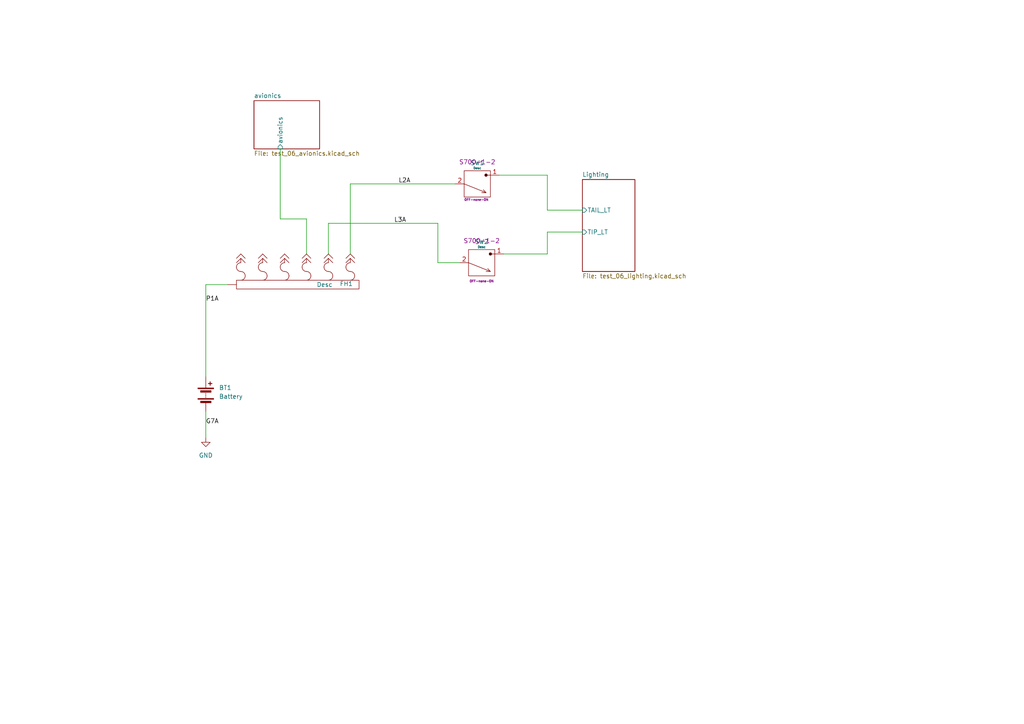
<source format=kicad_sch>
(kicad_sch
	(version 20250114)
	(generator "eeschema")
	(generator_version "9.0")
	(uuid "6f32b1c6-d0dc-4a69-b565-c121d7833096")
	(paper "A4")
	(lib_symbols
		(symbol "AeroElectricConnectionSymbols:Fuse_Holder_6x"
			(pin_numbers
				(hide yes)
			)
			(pin_names
				(offset 0)
				(hide yes)
			)
			(exclude_from_sim no)
			(in_bom yes)
			(on_board yes)
			(property "Reference" "FH"
				(at -3.556 -14.732 90)
				(do_not_autoplace)
				(effects
					(font
						(size 1.27 1.27)
					)
					(justify left)
				)
			)
			(property "Value" "Desc"
				(at -3.81 -8.89 90)
				(do_not_autoplace)
				(effects
					(font
						(size 1.27 1.27)
					)
					(justify left)
				)
			)
			(property "Footprint" ""
				(at -2.54 11.43 0)
				(effects
					(font
						(size 1.27 1.27)
					)
					(hide yes)
				)
			)
			(property "Datasheet" ""
				(at -2.54 11.43 0)
				(effects
					(font
						(size 1.27 1.27)
					)
					(hide yes)
				)
			)
			(property "Description" ""
				(at -2.54 11.43 0)
				(effects
					(font
						(size 1.27 1.27)
					)
					(hide yes)
				)
			)
			(symbol "Fuse_Holder_6x_0_1"
				(rectangle
					(start -5.08 19.05)
					(end -2.54 -16.51)
					(stroke
						(width 0)
						(type default)
					)
					(fill
						(type none)
					)
				)
				(arc
					(start 0 17.78)
					(mid -0.372 16.882)
					(end -1.27 16.51)
					(stroke
						(width 0)
						(type default)
					)
					(fill
						(type none)
					)
				)
				(arc
					(start 0 11.43)
					(mid -0.372 10.532)
					(end -1.27 10.16)
					(stroke
						(width 0)
						(type default)
					)
					(fill
						(type none)
					)
				)
				(arc
					(start 0 5.08)
					(mid -0.372 4.182)
					(end -1.27 3.81)
					(stroke
						(width 0)
						(type default)
					)
					(fill
						(type none)
					)
				)
				(arc
					(start 0 -1.27)
					(mid -0.372 -2.168)
					(end -1.27 -2.54)
					(stroke
						(width 0)
						(type default)
					)
					(fill
						(type none)
					)
				)
				(arc
					(start 0 -7.62)
					(mid -0.372 -8.518)
					(end -1.27 -8.89)
					(stroke
						(width 0)
						(type default)
					)
					(fill
						(type none)
					)
				)
				(arc
					(start 0 -13.97)
					(mid -0.372 -14.868)
					(end -1.27 -15.24)
					(stroke
						(width 0)
						(type default)
					)
					(fill
						(type none)
					)
				)
				(arc
					(start -1.27 16.51)
					(mid -2.168 16.882)
					(end -2.54 17.78)
					(stroke
						(width 0)
						(type default)
					)
					(fill
						(type none)
					)
				)
				(arc
					(start -1.27 10.16)
					(mid -2.168 10.532)
					(end -2.54 11.43)
					(stroke
						(width 0)
						(type default)
					)
					(fill
						(type none)
					)
				)
				(arc
					(start -1.27 3.81)
					(mid -2.168 4.182)
					(end -2.54 5.08)
					(stroke
						(width 0)
						(type default)
					)
					(fill
						(type none)
					)
				)
				(arc
					(start -1.27 -2.54)
					(mid -2.168 -2.168)
					(end -2.54 -1.27)
					(stroke
						(width 0)
						(type default)
					)
					(fill
						(type none)
					)
				)
				(arc
					(start -1.27 -8.89)
					(mid -2.168 -8.518)
					(end -2.54 -7.62)
					(stroke
						(width 0)
						(type default)
					)
					(fill
						(type none)
					)
				)
				(arc
					(start -1.27 -15.24)
					(mid -2.168 -14.868)
					(end -2.54 -13.97)
					(stroke
						(width 0)
						(type default)
					)
					(fill
						(type none)
					)
				)
				(arc
					(start 0 17.78)
					(mid 0.372 18.678)
					(end 1.27 19.05)
					(stroke
						(width 0)
						(type default)
					)
					(fill
						(type none)
					)
				)
				(arc
					(start 1.27 19.05)
					(mid 2.168 18.678)
					(end 2.54 17.78)
					(stroke
						(width 0)
						(type default)
					)
					(fill
						(type none)
					)
				)
				(arc
					(start 0 11.43)
					(mid 0.372 12.328)
					(end 1.27 12.7)
					(stroke
						(width 0)
						(type default)
					)
					(fill
						(type none)
					)
				)
				(arc
					(start 1.27 12.7)
					(mid 2.168 12.328)
					(end 2.54 11.43)
					(stroke
						(width 0)
						(type default)
					)
					(fill
						(type none)
					)
				)
				(arc
					(start 0 5.08)
					(mid 0.372 5.978)
					(end 1.27 6.35)
					(stroke
						(width 0)
						(type default)
					)
					(fill
						(type none)
					)
				)
				(arc
					(start 1.27 6.35)
					(mid 2.168 5.978)
					(end 2.54 5.08)
					(stroke
						(width 0)
						(type default)
					)
					(fill
						(type none)
					)
				)
				(arc
					(start 0 -1.27)
					(mid 0.372 -0.372)
					(end 1.27 0)
					(stroke
						(width 0)
						(type default)
					)
					(fill
						(type none)
					)
				)
				(arc
					(start 1.27 0)
					(mid 2.168 -0.372)
					(end 2.54 -1.27)
					(stroke
						(width 0)
						(type default)
					)
					(fill
						(type none)
					)
				)
				(arc
					(start 0 -7.62)
					(mid 0.372 -6.722)
					(end 1.27 -6.35)
					(stroke
						(width 0)
						(type default)
					)
					(fill
						(type none)
					)
				)
				(arc
					(start 1.27 -6.35)
					(mid 2.168 -6.722)
					(end 2.54 -7.62)
					(stroke
						(width 0)
						(type default)
					)
					(fill
						(type none)
					)
				)
				(arc
					(start 0 -13.97)
					(mid 0.372 -13.072)
					(end 1.27 -12.7)
					(stroke
						(width 0)
						(type default)
					)
					(fill
						(type none)
					)
				)
				(arc
					(start 1.27 -12.7)
					(mid 2.168 -13.072)
					(end 2.54 -13.97)
					(stroke
						(width 0)
						(type default)
					)
					(fill
						(type none)
					)
				)
				(polyline
					(pts
						(xy 2.54 16.51) (xy 3.81 17.78) (xy 2.54 19.05)
					)
					(stroke
						(width 0)
						(type default)
					)
					(fill
						(type none)
					)
				)
				(polyline
					(pts
						(xy 2.54 10.16) (xy 3.81 11.43) (xy 2.54 12.7)
					)
					(stroke
						(width 0)
						(type default)
					)
					(fill
						(type none)
					)
				)
				(polyline
					(pts
						(xy 2.54 3.81) (xy 3.81 5.08) (xy 2.54 6.35)
					)
					(stroke
						(width 0)
						(type default)
					)
					(fill
						(type none)
					)
				)
				(polyline
					(pts
						(xy 2.54 -2.54) (xy 3.81 -1.27) (xy 2.54 0)
					)
					(stroke
						(width 0)
						(type default)
					)
					(fill
						(type none)
					)
				)
				(polyline
					(pts
						(xy 2.54 -8.89) (xy 3.81 -7.62) (xy 2.54 -6.35)
					)
					(stroke
						(width 0)
						(type default)
					)
					(fill
						(type none)
					)
				)
				(polyline
					(pts
						(xy 2.54 -15.24) (xy 3.81 -13.97) (xy 2.54 -12.7)
					)
					(stroke
						(width 0)
						(type default)
					)
					(fill
						(type none)
					)
				)
				(polyline
					(pts
						(xy 3.81 16.51) (xy 5.08 17.78) (xy 3.81 19.05)
					)
					(stroke
						(width 0)
						(type default)
					)
					(fill
						(type none)
					)
				)
				(polyline
					(pts
						(xy 3.81 10.16) (xy 5.08 11.43) (xy 3.81 12.7)
					)
					(stroke
						(width 0)
						(type default)
					)
					(fill
						(type none)
					)
				)
				(polyline
					(pts
						(xy 3.81 3.81) (xy 5.08 5.08) (xy 3.81 6.35)
					)
					(stroke
						(width 0)
						(type default)
					)
					(fill
						(type none)
					)
				)
				(polyline
					(pts
						(xy 3.81 -2.54) (xy 5.08 -1.27) (xy 3.81 0)
					)
					(stroke
						(width 0)
						(type default)
					)
					(fill
						(type none)
					)
				)
				(polyline
					(pts
						(xy 3.81 -8.89) (xy 5.08 -7.62) (xy 3.81 -6.35)
					)
					(stroke
						(width 0)
						(type default)
					)
					(fill
						(type none)
					)
				)
				(polyline
					(pts
						(xy 3.81 -15.24) (xy 5.08 -13.97) (xy 3.81 -12.7)
					)
					(stroke
						(width 0)
						(type default)
					)
					(fill
						(type none)
					)
				)
			)
			(symbol "Fuse_Holder_6x_1_1"
				(polyline
					(pts
						(xy 2.54 17.78) (xy 2.54 17.78)
					)
					(stroke
						(width 0)
						(type default)
					)
					(fill
						(type none)
					)
				)
				(polyline
					(pts
						(xy 2.54 17.78) (xy 2.54 17.78)
					)
					(stroke
						(width 0)
						(type default)
					)
					(fill
						(type none)
					)
				)
				(polyline
					(pts
						(xy 2.54 11.43) (xy 2.54 11.43)
					)
					(stroke
						(width 0)
						(type default)
					)
					(fill
						(type none)
					)
				)
				(polyline
					(pts
						(xy 2.54 11.43) (xy 2.54 11.43)
					)
					(stroke
						(width 0)
						(type default)
					)
					(fill
						(type none)
					)
				)
				(polyline
					(pts
						(xy 2.54 5.08) (xy 2.54 5.08)
					)
					(stroke
						(width 0)
						(type default)
					)
					(fill
						(type none)
					)
				)
				(polyline
					(pts
						(xy 2.54 5.08) (xy 2.54 5.08)
					)
					(stroke
						(width 0)
						(type default)
					)
					(fill
						(type none)
					)
				)
				(polyline
					(pts
						(xy 2.54 -1.27) (xy 2.54 -1.27)
					)
					(stroke
						(width 0)
						(type default)
					)
					(fill
						(type none)
					)
				)
				(polyline
					(pts
						(xy 2.54 -1.27) (xy 2.54 -1.27)
					)
					(stroke
						(width 0)
						(type default)
					)
					(fill
						(type none)
					)
				)
				(polyline
					(pts
						(xy 2.54 -7.62) (xy 2.54 -7.62)
					)
					(stroke
						(width 0)
						(type default)
					)
					(fill
						(type none)
					)
				)
				(polyline
					(pts
						(xy 2.54 -7.62) (xy 2.54 -7.62)
					)
					(stroke
						(width 0)
						(type default)
					)
					(fill
						(type none)
					)
				)
				(polyline
					(pts
						(xy 2.54 -13.97) (xy 2.54 -13.97)
					)
					(stroke
						(width 0)
						(type default)
					)
					(fill
						(type none)
					)
				)
				(polyline
					(pts
						(xy 2.54 -13.97) (xy 2.54 -13.97)
					)
					(stroke
						(width 0)
						(type default)
					)
					(fill
						(type none)
					)
				)
				(polyline
					(pts
						(xy 3.81 17.78) (xy 2.54 17.78)
					)
					(stroke
						(width 0)
						(type default)
					)
					(fill
						(type none)
					)
				)
				(polyline
					(pts
						(xy 3.81 11.43) (xy 2.54 11.43)
					)
					(stroke
						(width 0)
						(type default)
					)
					(fill
						(type none)
					)
				)
				(polyline
					(pts
						(xy 3.81 5.08) (xy 2.54 5.08)
					)
					(stroke
						(width 0)
						(type default)
					)
					(fill
						(type none)
					)
				)
				(polyline
					(pts
						(xy 3.81 -1.27) (xy 2.54 -1.27)
					)
					(stroke
						(width 0)
						(type default)
					)
					(fill
						(type none)
					)
				)
				(polyline
					(pts
						(xy 3.81 -7.62) (xy 2.54 -7.62)
					)
					(stroke
						(width 0)
						(type default)
					)
					(fill
						(type none)
					)
				)
				(polyline
					(pts
						(xy 3.81 -13.97) (xy 2.54 -13.97)
					)
					(stroke
						(width 0)
						(type default)
					)
					(fill
						(type none)
					)
				)
				(pin passive line
					(at -3.81 21.59 270)
					(length 2.54)
					(name "Pwr"
						(effects
							(font
								(size 1.27 1.27)
							)
						)
					)
					(number "1"
						(effects
							(font
								(size 1.27 1.27)
							)
						)
					)
				)
				(pin passive line
					(at 5.08 17.78 180)
					(length 0)
					(name "Desc"
						(effects
							(font
								(size 1.27 1.27)
							)
						)
					)
					(number "Val_A"
						(effects
							(font
								(size 1.27 1.27)
							)
						)
					)
				)
				(pin passive line
					(at 5.08 11.43 180)
					(length 0)
					(name "Desc"
						(effects
							(font
								(size 1.27 1.27)
							)
						)
					)
					(number "Val_A"
						(effects
							(font
								(size 1.27 1.27)
							)
						)
					)
				)
				(pin passive line
					(at 5.08 5.08 180)
					(length 0)
					(name "Desc"
						(effects
							(font
								(size 1.27 1.27)
							)
						)
					)
					(number "Val_A"
						(effects
							(font
								(size 1.27 1.27)
							)
						)
					)
				)
				(pin passive line
					(at 5.08 -1.27 180)
					(length 0)
					(name "Desc"
						(effects
							(font
								(size 1.27 1.27)
							)
						)
					)
					(number "Val_A"
						(effects
							(font
								(size 1.27 1.27)
							)
						)
					)
				)
				(pin passive line
					(at 5.08 -7.62 180)
					(length 0)
					(name "Desc"
						(effects
							(font
								(size 1.27 1.27)
							)
						)
					)
					(number "Val_A"
						(effects
							(font
								(size 1.27 1.27)
							)
						)
					)
				)
				(pin passive line
					(at 5.08 -13.97 180)
					(length 0)
					(name "Desc"
						(effects
							(font
								(size 1.27 1.27)
							)
						)
					)
					(number "Val_A"
						(effects
							(font
								(size 1.27 1.27)
							)
						)
					)
				)
			)
			(embedded_fonts no)
		)
		(symbol "AeroElectricConnectionSymbols:S700-1-2"
			(pin_names
				(hide yes)
			)
			(exclude_from_sim no)
			(in_bom yes)
			(on_board yes)
			(property "Reference" "SW"
				(at 0 6.096 0)
				(do_not_autoplace)
				(effects
					(font
						(size 1.27 1.27)
					)
				)
			)
			(property "Value" "Desc"
				(at 0 4.572 0)
				(do_not_autoplace)
				(effects
					(font
						(size 0.635 0.635)
					)
				)
			)
			(property "Footprint" ""
				(at 0 3.048 0)
				(effects
					(font
						(size 1.27 1.27)
					)
					(hide yes)
				)
			)
			(property "Datasheet" "S700-1-2"
				(at -0.254 -7.366 0)
				(effects
					(font
						(size 1.27 1.27)
					)
				)
			)
			(property "Description" "OFF-none-ON"
				(at -0.254 -4.572 0)
				(do_not_autoplace)
				(effects
					(font
						(size 0.635 0.635)
					)
				)
			)
			(symbol "S700-1-2_0_1"
				(rectangle
					(start -3.81 3.81)
					(end 3.81 -3.81)
					(stroke
						(width 0)
						(type default)
					)
					(fill
						(type none)
					)
				)
				(polyline
					(pts
						(xy -3.81 0) (xy 2.54 -2.54) (xy 1.7627 -1.6939)
					)
					(stroke
						(width 0)
						(type default)
					)
					(fill
						(type none)
					)
				)
				(circle
					(center 2.54 2.54)
					(radius 0.381)
					(stroke
						(width 0)
						(type default)
					)
					(fill
						(type color)
						(color 0 0 0 1)
					)
				)
				(polyline
					(pts
						(xy 2.54 -2.54) (xy 1.27 -2.54)
					)
					(stroke
						(width 0)
						(type default)
					)
					(fill
						(type none)
					)
				)
				(polyline
					(pts
						(xy 3.81 2.54) (xy 2.54 2.54)
					)
					(stroke
						(width 0)
						(type default)
					)
					(fill
						(type none)
					)
				)
			)
			(symbol "S700-1-2_1_1"
				(pin passive line
					(at -6.35 0 0)
					(length 2.54)
					(name "IN"
						(effects
							(font
								(size 1.27 1.27)
							)
						)
					)
					(number "2"
						(effects
							(font
								(size 1.27 1.27)
							)
						)
					)
				)
				(pin passive line
					(at 6.35 2.54 180)
					(length 2.54)
					(name "ON"
						(effects
							(font
								(size 1.27 1.27)
							)
						)
					)
					(number "1"
						(effects
							(font
								(size 1.27 1.27)
							)
						)
					)
				)
			)
			(embedded_fonts no)
		)
		(symbol "Device:Battery"
			(pin_numbers
				(hide yes)
			)
			(pin_names
				(offset 0)
				(hide yes)
			)
			(exclude_from_sim no)
			(in_bom yes)
			(on_board yes)
			(property "Reference" "BT"
				(at 2.54 2.54 0)
				(effects
					(font
						(size 1.27 1.27)
					)
					(justify left)
				)
			)
			(property "Value" "Battery"
				(at 2.54 0 0)
				(effects
					(font
						(size 1.27 1.27)
					)
					(justify left)
				)
			)
			(property "Footprint" ""
				(at 0 1.524 90)
				(effects
					(font
						(size 1.27 1.27)
					)
					(hide yes)
				)
			)
			(property "Datasheet" "~"
				(at 0 1.524 90)
				(effects
					(font
						(size 1.27 1.27)
					)
					(hide yes)
				)
			)
			(property "Description" "Multiple-cell battery"
				(at 0 0 0)
				(effects
					(font
						(size 1.27 1.27)
					)
					(hide yes)
				)
			)
			(property "ki_keywords" "batt voltage-source cell"
				(at 0 0 0)
				(effects
					(font
						(size 1.27 1.27)
					)
					(hide yes)
				)
			)
			(symbol "Battery_0_1"
				(rectangle
					(start -2.286 1.778)
					(end 2.286 1.524)
					(stroke
						(width 0)
						(type default)
					)
					(fill
						(type outline)
					)
				)
				(rectangle
					(start -2.286 -1.27)
					(end 2.286 -1.524)
					(stroke
						(width 0)
						(type default)
					)
					(fill
						(type outline)
					)
				)
				(rectangle
					(start -1.524 1.016)
					(end 1.524 0.508)
					(stroke
						(width 0)
						(type default)
					)
					(fill
						(type outline)
					)
				)
				(rectangle
					(start -1.524 -2.032)
					(end 1.524 -2.54)
					(stroke
						(width 0)
						(type default)
					)
					(fill
						(type outline)
					)
				)
				(polyline
					(pts
						(xy 0 1.778) (xy 0 2.54)
					)
					(stroke
						(width 0)
						(type default)
					)
					(fill
						(type none)
					)
				)
				(polyline
					(pts
						(xy 0 0) (xy 0 0.254)
					)
					(stroke
						(width 0)
						(type default)
					)
					(fill
						(type none)
					)
				)
				(polyline
					(pts
						(xy 0 -0.508) (xy 0 -0.254)
					)
					(stroke
						(width 0)
						(type default)
					)
					(fill
						(type none)
					)
				)
				(polyline
					(pts
						(xy 0 -1.016) (xy 0 -0.762)
					)
					(stroke
						(width 0)
						(type default)
					)
					(fill
						(type none)
					)
				)
				(polyline
					(pts
						(xy 0.762 3.048) (xy 1.778 3.048)
					)
					(stroke
						(width 0.254)
						(type default)
					)
					(fill
						(type none)
					)
				)
				(polyline
					(pts
						(xy 1.27 3.556) (xy 1.27 2.54)
					)
					(stroke
						(width 0.254)
						(type default)
					)
					(fill
						(type none)
					)
				)
			)
			(symbol "Battery_1_1"
				(pin passive line
					(at 0 5.08 270)
					(length 2.54)
					(name "+"
						(effects
							(font
								(size 1.27 1.27)
							)
						)
					)
					(number "1"
						(effects
							(font
								(size 1.27 1.27)
							)
						)
					)
				)
				(pin passive line
					(at 0 -5.08 90)
					(length 2.54)
					(name "-"
						(effects
							(font
								(size 1.27 1.27)
							)
						)
					)
					(number "2"
						(effects
							(font
								(size 1.27 1.27)
							)
						)
					)
				)
			)
			(embedded_fonts no)
		)
		(symbol "power:GND"
			(power)
			(pin_numbers
				(hide yes)
			)
			(pin_names
				(offset 0)
				(hide yes)
			)
			(exclude_from_sim no)
			(in_bom yes)
			(on_board yes)
			(property "Reference" "#PWR"
				(at 0 -6.35 0)
				(effects
					(font
						(size 1.27 1.27)
					)
					(hide yes)
				)
			)
			(property "Value" "GND"
				(at 0 -3.81 0)
				(effects
					(font
						(size 1.27 1.27)
					)
				)
			)
			(property "Footprint" ""
				(at 0 0 0)
				(effects
					(font
						(size 1.27 1.27)
					)
					(hide yes)
				)
			)
			(property "Datasheet" ""
				(at 0 0 0)
				(effects
					(font
						(size 1.27 1.27)
					)
					(hide yes)
				)
			)
			(property "Description" "Power symbol creates a global label with name \"GND\" , ground"
				(at 0 0 0)
				(effects
					(font
						(size 1.27 1.27)
					)
					(hide yes)
				)
			)
			(property "ki_keywords" "global power"
				(at 0 0 0)
				(effects
					(font
						(size 1.27 1.27)
					)
					(hide yes)
				)
			)
			(symbol "GND_0_1"
				(polyline
					(pts
						(xy 0 0) (xy 0 -1.27) (xy 1.27 -1.27) (xy 0 -2.54) (xy -1.27 -1.27) (xy 0 -1.27)
					)
					(stroke
						(width 0)
						(type default)
					)
					(fill
						(type none)
					)
				)
			)
			(symbol "GND_1_1"
				(pin power_in line
					(at 0 0 270)
					(length 0)
					(name "~"
						(effects
							(font
								(size 1.27 1.27)
							)
						)
					)
					(number "1"
						(effects
							(font
								(size 1.27 1.27)
							)
						)
					)
				)
			)
			(embedded_fonts no)
		)
	)
	(wire
		(pts
			(xy 95.25 64.77) (xy 127 64.77)
		)
		(stroke
			(width 0)
			(type default)
		)
		(uuid "091c03d3-b137-466c-b42a-852f13dbaf81")
	)
	(wire
		(pts
			(xy 101.6 73.66) (xy 101.6 53.34)
		)
		(stroke
			(width 0)
			(type default)
		)
		(uuid "09751f69-1d36-4b23-8145-f9bf62ad716a")
	)
	(wire
		(pts
			(xy 101.6 53.34) (xy 132.08 53.34)
		)
		(stroke
			(width 0)
			(type default)
		)
		(uuid "136f4530-ef59-4959-807b-46995cfe1e24")
	)
	(wire
		(pts
			(xy 127 64.77) (xy 127 76.2)
		)
		(stroke
			(width 0)
			(type default)
		)
		(uuid "1da27ebb-c23f-427e-9846-63ce2deb9389")
	)
	(wire
		(pts
			(xy 158.75 50.8) (xy 158.75 60.96)
		)
		(stroke
			(width 0)
			(type default)
		)
		(uuid "40df3396-70b4-418d-a059-7a8d89c3d126")
	)
	(wire
		(pts
			(xy 158.75 73.66) (xy 158.75 67.31)
		)
		(stroke
			(width 0)
			(type default)
		)
		(uuid "508fd26d-78bb-400e-9a38-c08cbe710c44")
	)
	(wire
		(pts
			(xy 158.75 60.96) (xy 168.91 60.96)
		)
		(stroke
			(width 0)
			(type default)
		)
		(uuid "574ec814-120e-4111-9da2-b3b2e82103c7")
	)
	(wire
		(pts
			(xy 59.69 109.22) (xy 59.69 82.55)
		)
		(stroke
			(width 0)
			(type default)
		)
		(uuid "8457f6f8-b5be-4936-b699-98eed033d2e9")
	)
	(wire
		(pts
			(xy 144.78 50.8) (xy 158.75 50.8)
		)
		(stroke
			(width 0)
			(type default)
		)
		(uuid "8b67bd7a-5bad-4a25-a464-52cd61edd196")
	)
	(wire
		(pts
			(xy 81.28 43.18) (xy 81.28 63.5)
		)
		(stroke
			(width 0)
			(type default)
		)
		(uuid "a3c7ccae-0440-4601-a38c-441f29cb025e")
	)
	(wire
		(pts
			(xy 88.9 63.5) (xy 88.9 73.66)
		)
		(stroke
			(width 0)
			(type default)
		)
		(uuid "a756873d-5201-4a21-9e8d-7da405db796b")
	)
	(wire
		(pts
			(xy 158.75 67.31) (xy 168.91 67.31)
		)
		(stroke
			(width 0)
			(type default)
		)
		(uuid "ac8c6fd4-c761-4ca6-9879-c0e578bf9fc5")
	)
	(wire
		(pts
			(xy 81.28 63.5) (xy 88.9 63.5)
		)
		(stroke
			(width 0)
			(type default)
		)
		(uuid "b9da2ed4-71ab-43f5-86b0-6350373ecf5e")
	)
	(wire
		(pts
			(xy 95.25 73.66) (xy 95.25 64.77)
		)
		(stroke
			(width 0)
			(type default)
		)
		(uuid "d798bbe1-ee64-44af-872b-4bf09a23cf69")
	)
	(wire
		(pts
			(xy 59.69 82.55) (xy 66.04 82.55)
		)
		(stroke
			(width 0)
			(type default)
		)
		(uuid "e0d87eda-2c1c-4850-8837-b86ecde38802")
	)
	(wire
		(pts
			(xy 127 76.2) (xy 133.35 76.2)
		)
		(stroke
			(width 0)
			(type default)
		)
		(uuid "e809dd46-fbec-43b8-a1ed-f60c95a87282")
	)
	(wire
		(pts
			(xy 146.05 73.66) (xy 158.75 73.66)
		)
		(stroke
			(width 0)
			(type default)
		)
		(uuid "f8149f75-7b05-4795-8b9b-a0966b819075")
	)
	(wire
		(pts
			(xy 59.69 119.38) (xy 59.69 127)
		)
		(stroke
			(width 0)
			(type default)
		)
		(uuid "f831b630-f6db-49ad-bfa1-ca6098b4b055")
	)
	(label "L2A"
		(at 115.57 53.34 0)
		(effects
			(font
				(size 1.27 1.27)
			)
			(justify left bottom)
		)
		(uuid "692ec7e0-05bd-45f1-a331-878ee3956f0f")
	)
	(label "L3A"
		(at 114.3 64.77 0)
		(effects
			(font
				(size 1.27 1.27)
			)
			(justify left bottom)
		)
		(uuid "7b405403-1490-4fcd-ad51-a3963e553dd4")
	)
	(label "P1A"
		(at 59.69 87.63 0)
		(effects
			(font
				(size 1.27 1.27)
			)
			(justify left bottom)
		)
		(uuid "ad966f31-a426-4956-986e-e2f00f5308eb")
	)
	(label "G7A"
		(at 59.69 123.19 0)
		(effects
			(font
				(size 1.27 1.27)
			)
			(justify left bottom)
		)
		(uuid "fc31236c-a5e3-432a-82b9-abbea39575b2")
	)
	(symbol
		(lib_id "Device:Battery")
		(at 59.69 114.3 0)
		(unit 1)
		(exclude_from_sim no)
		(in_bom yes)
		(on_board yes)
		(dnp no)
		(fields_autoplaced yes)
		(uuid "02f59f5d-6a46-444a-9708-e8069094c686")
		(property "Reference" "BT1"
			(at 63.5 112.4584 0)
			(effects
				(font
					(size 1.27 1.27)
				)
				(justify left)
			)
		)
		(property "Value" "Battery"
			(at 63.5 114.9984 0)
			(effects
				(font
					(size 1.27 1.27)
				)
				(justify left)
			)
		)
		(property "Footprint" ""
			(at 59.69 112.776 90)
			(effects
				(font
					(size 1.27 1.27)
				)
				(hide yes)
			)
		)
		(property "Datasheet" "~"
			(at 59.69 112.776 90)
			(effects
				(font
					(size 1.27 1.27)
				)
				(hide yes)
			)
		)
		(property "Description" "Multiple-cell battery"
			(at 59.69 114.3 0)
			(effects
				(font
					(size 1.27 1.27)
				)
				(hide yes)
			)
		)
		(property "LocLoad" "(0,0,0)S40"
			(at 59.69 114.3 0)
			(effects
				(font
					(size 1.27 1.27)
				)
				(hide yes)
			)
		)
		(pin "1"
			(uuid "894c13f6-bf9b-43ea-9cef-9c58042e20fb")
		)
		(pin "2"
			(uuid "a2591aab-71fb-4dfe-bfb2-bd002c90980c")
		)
		(instances
			(project ""
				(path "/6f32b1c6-d0dc-4a69-b565-c121d7833096"
					(reference "BT1")
					(unit 1)
				)
			)
		)
	)
	(symbol
		(lib_id "AeroElectricConnectionSymbols:S700-1-2")
		(at 138.43 53.34 0)
		(unit 1)
		(exclude_from_sim no)
		(in_bom yes)
		(on_board yes)
		(dnp no)
		(fields_autoplaced yes)
		(uuid "2e18d9e1-283d-40fe-bf43-e3077223e4e8")
		(property "Reference" "SW1"
			(at 138.43 47.244 0)
			(do_not_autoplace yes)
			(effects
				(font
					(size 1.27 1.27)
				)
			)
		)
		(property "Value" "Desc"
			(at 138.43 48.768 0)
			(do_not_autoplace yes)
			(effects
				(font
					(size 0.635 0.635)
				)
			)
		)
		(property "Footprint" ""
			(at 138.43 50.292 0)
			(effects
				(font
					(size 1.27 1.27)
				)
				(hide yes)
			)
		)
		(property "Datasheet" "S700-1-2"
			(at 138.43 46.99 0)
			(effects
				(font
					(size 1.27 1.27)
				)
			)
		)
		(property "Description" "OFF-none-ON"
			(at 138.176 57.912 0)
			(do_not_autoplace yes)
			(effects
				(font
					(size 0.635 0.635)
				)
			)
		)
		(property "LocLoad" "(5,10,-2)R20"
			(at 138.43 53.34 0)
			(effects
				(font
					(size 1.27 1.27)
				)
				(hide yes)
			)
		)
		(pin "1"
			(uuid "6b708727-90f8-4d2e-bc6c-f6f5bca7f432")
		)
		(pin "2"
			(uuid "7c023e42-0229-42dc-a9f5-b5fa8ecf2908")
		)
		(instances
			(project ""
				(path "/6f32b1c6-d0dc-4a69-b565-c121d7833096"
					(reference "SW1")
					(unit 1)
				)
			)
		)
	)
	(symbol
		(lib_id "AeroElectricConnectionSymbols:S700-1-2")
		(at 139.7 76.2 0)
		(unit 1)
		(exclude_from_sim no)
		(in_bom yes)
		(on_board yes)
		(dnp no)
		(uuid "b824bd6a-af66-48b7-84b6-e08a29f2ba97")
		(property "Reference" "SW2"
			(at 139.7 70.104 0)
			(do_not_autoplace yes)
			(effects
				(font
					(size 1.27 1.27)
				)
			)
		)
		(property "Value" "Desc"
			(at 139.7 71.628 0)
			(do_not_autoplace yes)
			(effects
				(font
					(size 0.635 0.635)
				)
			)
		)
		(property "Footprint" ""
			(at 139.7 73.152 0)
			(effects
				(font
					(size 1.27 1.27)
				)
				(hide yes)
			)
		)
		(property "Datasheet" "S700-1-2"
			(at 139.7 69.85 0)
			(effects
				(font
					(size 1.27 1.27)
				)
			)
		)
		(property "Description" "OFF-none-ON"
			(at 139.7 81.534 0)
			(do_not_autoplace yes)
			(effects
				(font
					(size 0.635 0.635)
				)
			)
		)
		(property "LocLoad" "(5,10,2)R20"
			(at 139.7 76.2 0)
			(effects
				(font
					(size 1.27 1.27)
				)
				(hide yes)
			)
		)
		(pin "1"
			(uuid "9b03cfaa-1f55-4e3a-8525-751b90d814bd")
		)
		(pin "2"
			(uuid "b31e189a-feac-4349-ad73-711f87147bb5")
		)
		(instances
			(project ""
				(path "/6f32b1c6-d0dc-4a69-b565-c121d7833096"
					(reference "SW2")
					(unit 1)
				)
			)
		)
	)
	(symbol
		(lib_id "power:GND")
		(at 59.69 127 0)
		(unit 1)
		(exclude_from_sim no)
		(in_bom yes)
		(on_board yes)
		(dnp no)
		(fields_autoplaced yes)
		(uuid "bd481ccb-9ae9-4a48-9970-5bbcacef7542")
		(property "Reference" "GND"
			(at 59.69 133.35 0)
			(effects
				(font
					(size 1.27 1.27)
				)
				(hide yes)
			)
		)
		(property "Value" "GND"
			(at 59.69 132.08 0)
			(effects
				(font
					(size 1.27 1.27)
				)
			)
		)
		(property "Footprint" ""
			(at 59.69 127 0)
			(effects
				(font
					(size 1.27 1.27)
				)
			)
		)
		(property "Datasheet" ""
			(at 59.69 127 0)
			(effects
				(font
					(size 1.27 1.27)
				)
				(hide yes)
			)
		)
		(property "Description" "Power symbol creates a global label with name \"GND\" , ground"
			(at 59.69 127 0)
			(effects
				(font
					(size 1.27 1.27)
				)
				(hide yes)
			)
		)
		(property "LocLoad" "(0,0,10)G"
			(at 59.69 127 0)
			(effects
				(font
					(size 1.27 1.27)
				)
				(hide yes)
			)
		)
		(pin "1"
			(uuid "d43ac172-d233-4b83-8024-0853bdd5759d")
		)
		(instances
			(project ""
				(path "/6f32b1c6-d0dc-4a69-b565-c121d7833096"
					(reference "GND")
					(unit 1)
				)
			)
		)
	)
	(symbol
		(lib_id "AeroElectricConnectionSymbols:Fuse_Holder_6x")
		(at 87.63 78.74 90)
		(unit 1)
		(exclude_from_sim no)
		(in_bom yes)
		(on_board yes)
		(dnp no)
		(fields_autoplaced yes)
		(uuid "d0b9879e-c746-4737-9db1-3f97253c4bf1")
		(property "Reference" "FH1"
			(at 102.362 82.296 90)
			(do_not_autoplace yes)
			(effects
				(font
					(size 1.27 1.27)
				)
				(justify left)
			)
		)
		(property "Value" "Desc"
			(at 96.52 82.55 90)
			(do_not_autoplace yes)
			(effects
				(font
					(size 1.27 1.27)
				)
				(justify left)
			)
		)
		(property "Footprint" ""
			(at 76.2 81.28 0)
			(effects
				(font
					(size 1.27 1.27)
				)
				(hide yes)
			)
		)
		(property "Datasheet" ""
			(at 76.2 81.28 0)
			(effects
				(font
					(size 1.27 1.27)
				)
				(hide yes)
			)
		)
		(property "Description" ""
			(at 76.2 81.28 0)
			(effects
				(font
					(size 1.27 1.27)
				)
				(hide yes)
			)
		)
		(property "LocLoad" "(10,0,0)R40"
			(at 87.63 78.74 90)
			(effects
				(font
					(size 1.27 1.27)
				)
				(hide yes)
			)
		)
		(pin "Val_A"
			(uuid "86928857-6da1-4030-b794-b70a0723a15b")
		)
		(pin "Val_A"
			(uuid "b020f7ae-7bc8-494b-8439-9316a6aececf")
		)
		(pin "Val_A"
			(uuid "76b6f19b-167e-4cad-882b-5f9e5101f514")
		)
		(pin "1"
			(uuid "ffe81624-fd8c-462b-82ce-d6b6ec34b799")
		)
		(pin "Val_A"
			(uuid "1458ca7d-e06b-4b0c-8350-69ad95b96af2")
		)
		(pin "Val_A"
			(uuid "4c14e48f-dd86-4701-9c8c-d69c9a6296ed")
		)
		(pin "Val_A"
			(uuid "bed019aa-4f7d-40f5-8e53-f5d74339690a")
		)
		(instances
			(project ""
				(path "/6f32b1c6-d0dc-4a69-b565-c121d7833096"
					(reference "FH1")
					(unit 1)
				)
			)
		)
	)
	(sheet
		(at 73.66 29.21)
		(size 19.05 13.97)
		(exclude_from_sim no)
		(in_bom yes)
		(on_board yes)
		(dnp no)
		(fields_autoplaced yes)
		(stroke
			(width 0.1524)
			(type solid)
		)
		(fill
			(color 0 0 0 0.0000)
		)
		(uuid "3f34c49e-ae58-4433-8ae6-817967dac1be")
		(property "Sheetname" "avionics"
			(at 73.66 28.4984 0)
			(effects
				(font
					(size 1.27 1.27)
				)
				(justify left bottom)
			)
		)
		(property "Sheetfile" "test_06_avionics.kicad_sch"
			(at 73.66 43.7646 0)
			(effects
				(font
					(size 1.27 1.27)
				)
				(justify left top)
			)
		)
		(pin "avionics" input
			(at 81.28 43.18 270)
			(uuid "d7e7ad16-a23f-4792-ac7e-ba13782385f6")
			(effects
				(font
					(size 1.27 1.27)
				)
				(justify left)
			)
		)
		(instances
			(project "test_06_fixture"
				(path "/6f32b1c6-d0dc-4a69-b565-c121d7833096"
					(page "3")
				)
			)
		)
	)
	(sheet
		(at 168.91 52.07)
		(size 15.24 26.67)
		(exclude_from_sim no)
		(in_bom yes)
		(on_board yes)
		(dnp no)
		(fields_autoplaced yes)
		(stroke
			(width 0.1524)
			(type solid)
		)
		(fill
			(color 0 0 0 0.0000)
		)
		(uuid "b1093350-cedd-46df-81c4-dadfdf2715f8")
		(property "Sheetname" "Lighting"
			(at 168.91 51.3584 0)
			(effects
				(font
					(size 1.27 1.27)
				)
				(justify left bottom)
			)
		)
		(property "Sheetfile" "test_06_lighting.kicad_sch"
			(at 168.91 79.3246 0)
			(effects
				(font
					(size 1.27 1.27)
				)
				(justify left top)
			)
		)
		(pin "TAIL_LT" input
			(at 168.91 60.96 180)
			(uuid "c4546b85-ebd0-420c-ab9c-0aff65593ea2")
			(effects
				(font
					(size 1.27 1.27)
				)
				(justify left)
			)
		)
		(pin "TIP_LT" input
			(at 168.91 67.31 180)
			(uuid "f0df9895-9138-400f-b0ad-fc3ae3db72c3")
			(effects
				(font
					(size 1.27 1.27)
				)
				(justify left)
			)
		)
		(instances
			(project "test_06_fixture"
				(path "/6f32b1c6-d0dc-4a69-b565-c121d7833096"
					(page "2")
				)
			)
		)
	)
	(sheet_instances
		(path "/"
			(page "1")
		)
	)
	(embedded_fonts no)
)

</source>
